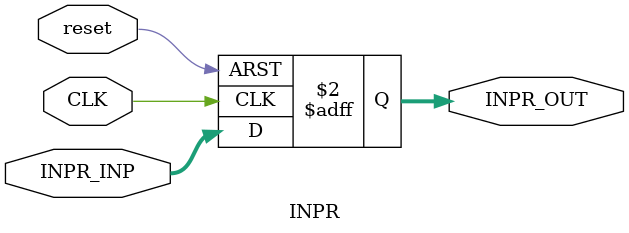
<source format=v>
module INPR #(parameter size = 8) (INPR_OUT , INPR_INP , CLK,reset ) ;
 input CLK ,reset;
 output reg  [size-1:0] INPR_OUT;
 input [size-1:0] INPR_INP;

 always @(negedge CLK,posedge reset) begin 
  if (reset)begin
   INPR_OUT <=8'h00;
  end else
   INPR_OUT <= INPR_INP ;
 end

 endmodule
 
 
 
 
</source>
